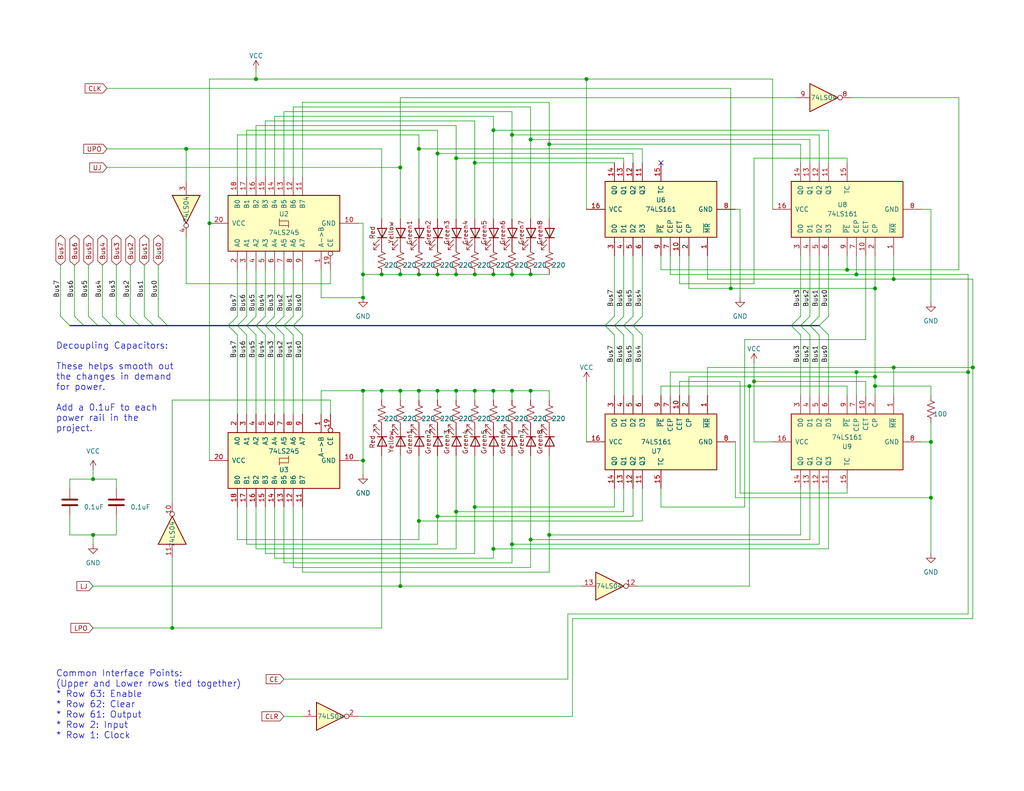
<source format=kicad_sch>
(kicad_sch (version 20211123) (generator eeschema)
  (paper "USLetter")
  (title_block (title "Program Counter Module") (date "2022-01-28") (rev "1.0"))
  (junction (at 254 120.65))
  (junction (at 134.62 74.93))
  (junction (at 104.14 106.68))
  (junction (at 139.7 36.83))
  (junction (at 25.4 146.05))
  (junction (at 129.54 44.45))
  (junction (at 149.86 39.37))
  (junction (at 109.22 74.93))
  (junction (at 233.68 101.6))
  (junction (at 104.14 74.93))
  (junction (at 119.38 41.91))
  (junction (at 99.06 106.68))
  (junction (at 243.84 76.2))
  (junction (at 139.7 74.93))
  (junction (at 99.06 74.93))
  (junction (at 129.54 106.68))
  (junction (at 265.43 100.33))
  (junction (at 238.76 78.74))
  (junction (at 69.85 21.59))
  (junction (at 231.14 73.66))
  (junction (at 264.16 101.6))
  (junction (at 99.06 125.73))
  (junction (at 243.84 100.33))
  (junction (at 205.74 104.14))
  (junction (at 238.76 102.87))
  (junction (at 139.7 106.68))
  (junction (at 254 135.89))
  (junction (at 129.54 74.93))
  (junction (at 199.39 78.74))
  (junction (at 109.22 106.68))
  (junction (at 144.78 147.32))
  (junction (at 25.4 130.81))
  (junction (at 119.38 106.68))
  (junction (at 114.3 74.93))
  (junction (at 160.02 21.59))
  (junction (at 114.3 142.24))
  (junction (at 119.38 74.93))
  (junction (at 144.78 74.93))
  (junction (at 134.62 149.86))
  (junction (at 119.38 140.97))
  (junction (at 109.22 45.72))
  (junction (at 57.15 60.96))
  (junction (at 114.3 40.64))
  (junction (at 139.7 148.59))
  (junction (at 144.78 106.68))
  (junction (at 124.46 106.68))
  (junction (at 149.86 146.05))
  (junction (at 144.78 38.1))
  (junction (at 124.46 139.7))
  (junction (at 129.54 138.43))
  (junction (at 114.3 106.68))
  (junction (at 233.68 74.93))
  (junction (at 238.76 105.41))
  (junction (at 50.8 40.64))
  (junction (at 46.99 171.45))
  (junction (at 99.06 81.28))
  (junction (at 109.22 160.02))
  (junction (at 204.47 105.41))
  (junction (at 124.46 43.18))
  (junction (at 134.62 35.56))
  (junction (at 124.46 74.93))
  (junction (at 134.62 106.68))
  (no_connect (at 180.34 44.45))
  (bus_entry (at 64.77 86.36) (size -2.54 2.54))
  (bus_entry (at 220.98 86.36) (size -2.54 2.54))
  (bus_entry (at 218.44 88.9) (size 2.54 2.54))
  (bus_entry (at 39.37 86.36) (size 2.54 2.54))
  (bus_entry (at 43.18 86.36) (size 2.54 2.54))
  (bus_entry (at 20.32 86.36) (size 2.54 2.54))
  (bus_entry (at 24.13 86.36) (size 2.54 2.54))
  (bus_entry (at 27.94 86.36) (size 2.54 2.54))
  (bus_entry (at 35.56 86.36) (size 2.54 2.54))
  (bus_entry (at 31.75 86.36) (size 2.54 2.54))
  (bus_entry (at 223.52 88.9) (size 2.54 2.54))
  (bus_entry (at 167.64 88.9) (size 2.54 2.54))
  (bus_entry (at 170.18 88.9) (size 2.54 2.54))
  (bus_entry (at 226.06 86.36) (size -2.54 2.54))
  (bus_entry (at 69.85 88.9) (size 2.54 2.54))
  (bus_entry (at 80.01 88.9) (size 2.54 2.54))
  (bus_entry (at 220.98 88.9) (size 2.54 2.54))
  (bus_entry (at 223.52 86.36) (size -2.54 2.54))
  (bus_entry (at 64.77 88.9) (size 2.54 2.54))
  (bus_entry (at 77.47 88.9) (size 2.54 2.54))
  (bus_entry (at 72.39 88.9) (size 2.54 2.54))
  (bus_entry (at 170.18 86.36) (size -2.54 2.54))
  (bus_entry (at 172.72 86.36) (size -2.54 2.54))
  (bus_entry (at 175.26 86.36) (size -2.54 2.54))
  (bus_entry (at 167.64 86.36) (size -2.54 2.54))
  (bus_entry (at 165.1 88.9) (size 2.54 2.54))
  (bus_entry (at 218.44 86.36) (size -2.54 2.54))
  (bus_entry (at 16.51 86.36) (size 2.54 2.54))
  (bus_entry (at 62.23 88.9) (size 2.54 2.54))
  (bus_entry (at 67.31 88.9) (size 2.54 2.54))
  (bus_entry (at 215.9 88.9) (size 2.54 2.54))
  (bus_entry (at 172.72 88.9) (size 2.54 2.54))
  (bus_entry (at 74.93 88.9) (size 2.54 2.54))
  (bus_entry (at 72.39 86.36) (size -2.54 2.54))
  (bus_entry (at 69.85 86.36) (size -2.54 2.54))
  (bus_entry (at 67.31 86.36) (size -2.54 2.54))
  (bus_entry (at 82.55 86.36) (size -2.54 2.54))
  (bus_entry (at 74.93 86.36) (size -2.54 2.54))
  (bus_entry (at 80.01 86.36) (size -2.54 2.54))
  (bus_entry (at 77.47 86.36) (size -2.54 2.54))
  (wire (pts (xy 182.88 69.85) (xy 182.88 74.93)))
  (wire (pts (xy 226.06 35.56) (xy 134.62 35.56)))
  (wire (pts (xy 46.99 109.22) (xy 46.99 137.16)))
  (bus (pts (xy 218.44 88.9) (xy 220.98 88.9)))
  (wire (pts (xy 119.38 140.97) (xy 172.72 140.97)))
  (wire (pts (xy 31.75 72.39) (xy 31.75 86.36)))
  (wire (pts (xy 236.22 92.71) (xy 203.2 92.71)))
  (bus (pts (xy 62.23 88.9) (xy 64.77 88.9)))
  (wire (pts (xy 226.06 69.85) (xy 226.06 86.36)))
  (wire (pts (xy 218.44 146.05) (xy 149.86 146.05)))
  (wire (pts (xy 185.42 77.47) (xy 185.42 69.85)))
  (wire (pts (xy 205.74 104.14) (xy 205.74 120.65)))
  (wire (pts (xy 114.3 36.83) (xy 114.3 40.64)))
  (wire (pts (xy 99.06 81.28) (xy 99.06 74.93)))
  (bus (pts (xy 172.72 88.9) (xy 215.9 88.9)))
  (wire (pts (xy 104.14 171.45) (xy 104.14 124.46)))
  (wire (pts (xy 199.39 24.13) (xy 199.39 78.74)))
  (wire (pts (xy 238.76 105.41) (xy 254 105.41)))
  (wire (pts (xy 175.26 133.35) (xy 175.26 142.24)))
  (wire (pts (xy 139.7 36.83) (xy 139.7 30.48)))
  (wire (pts (xy 193.04 69.85) (xy 193.04 76.2)))
  (bus (pts (xy 215.9 88.9) (xy 218.44 88.9)))
  (wire (pts (xy 264.16 74.93) (xy 264.16 101.6)))
  (wire (pts (xy 72.39 73.66) (xy 72.39 86.36)))
  (wire (pts (xy 119.38 106.68) (xy 119.38 109.22)))
  (wire (pts (xy 69.85 21.59) (xy 160.02 21.59)))
  (wire (pts (xy 172.72 133.35) (xy 172.72 140.97)))
  (wire (pts (xy 170.18 133.35) (xy 170.18 139.7)))
  (wire (pts (xy 160.02 21.59) (xy 160.02 57.15)))
  (wire (pts (xy 210.82 21.59) (xy 210.82 57.15)))
  (wire (pts (xy 226.06 133.35) (xy 226.06 149.86)))
  (wire (pts (xy 144.78 59.69) (xy 144.78 38.1)))
  (wire (pts (xy 87.63 73.66) (xy 87.63 81.28)))
  (wire (pts (xy 67.31 148.59) (xy 119.38 148.59)))
  (wire (pts (xy 119.38 124.46) (xy 119.38 140.97)))
  (wire (pts (xy 31.75 140.97) (xy 31.75 146.05)))
  (wire (pts (xy 231.14 105.41) (xy 204.47 105.41)))
  (wire (pts (xy 77.47 138.43) (xy 77.47 153.67)))
  (wire (pts (xy 139.7 74.93) (xy 144.78 74.93)))
  (wire (pts (xy 134.62 106.68) (xy 129.54 106.68)))
  (wire (pts (xy 16.51 72.39) (xy 16.51 86.36)))
  (wire (pts (xy 80.01 154.94) (xy 144.78 154.94)))
  (wire (pts (xy 74.93 31.75) (xy 74.93 48.26)))
  (wire (pts (xy 50.8 77.47) (xy 90.17 77.47)))
  (wire (pts (xy 82.55 91.44) (xy 82.55 113.03)))
  (wire (pts (xy 19.05 133.35) (xy 19.05 130.81)))
  (wire (pts (xy 67.31 148.59) (xy 67.31 138.43)))
  (wire (pts (xy 265.43 76.2) (xy 265.43 100.33)))
  (wire (pts (xy 69.85 34.29) (xy 124.46 34.29)))
  (wire (pts (xy 220.98 44.45) (xy 220.98 38.1)))
  (wire (pts (xy 69.85 149.86) (xy 124.46 149.86)))
  (bus (pts (xy 74.93 88.9) (xy 77.47 88.9)))
  (wire (pts (xy 149.86 146.05) (xy 149.86 156.21)))
  (wire (pts (xy 19.05 140.97) (xy 19.05 146.05)))
  (wire (pts (xy 20.32 72.39) (xy 20.32 86.36)))
  (wire (pts (xy 90.17 109.22) (xy 90.17 113.03)))
  (wire (pts (xy 220.98 147.32) (xy 144.78 147.32)))
  (wire (pts (xy 201.93 57.15) (xy 201.93 81.28)))
  (wire (pts (xy 82.55 138.43) (xy 82.55 156.21)))
  (wire (pts (xy 149.86 124.46) (xy 149.86 146.05)))
  (wire (pts (xy 193.04 100.33) (xy 193.04 107.95)))
  (wire (pts (xy 119.38 41.91) (xy 172.72 41.91)))
  (wire (pts (xy 134.62 149.86) (xy 134.62 152.4)))
  (wire (pts (xy 154.94 185.42) (xy 154.94 167.64)))
  (wire (pts (xy 226.06 149.86) (xy 134.62 149.86)))
  (wire (pts (xy 205.74 43.18) (xy 205.74 77.47)))
  (wire (pts (xy 109.22 106.68) (xy 104.14 106.68)))
  (wire (pts (xy 99.06 106.68) (xy 99.06 125.73)))
  (wire (pts (xy 154.94 167.64) (xy 264.16 167.64)))
  (wire (pts (xy 243.84 100.33) (xy 193.04 100.33)))
  (wire (pts (xy 172.72 91.44) (xy 172.72 107.95)))
  (wire (pts (xy 134.62 124.46) (xy 134.62 149.86)))
  (wire (pts (xy 199.39 78.74) (xy 187.96 78.74)))
  (wire (pts (xy 97.79 60.96) (xy 99.06 60.96)))
  (wire (pts (xy 129.54 44.45) (xy 167.64 44.45)))
  (bus (pts (xy 38.1 88.9) (xy 41.91 88.9)))
  (wire (pts (xy 129.54 124.46) (xy 129.54 138.43)))
  (wire (pts (xy 254 115.57) (xy 254 120.65)))
  (wire (pts (xy 238.76 78.74) (xy 238.76 102.87)))
  (wire (pts (xy 25.4 160.02) (xy 109.22 160.02)))
  (wire (pts (xy 97.79 195.58) (xy 156.21 195.58)))
  (wire (pts (xy 205.74 104.14) (xy 236.22 104.14)))
  (wire (pts (xy 39.37 72.39) (xy 39.37 86.36)))
  (wire (pts (xy 31.75 130.81) (xy 31.75 133.35)))
  (wire (pts (xy 64.77 147.32) (xy 114.3 147.32)))
  (wire (pts (xy 226.06 91.44) (xy 226.06 107.95)))
  (wire (pts (xy 43.18 72.39) (xy 43.18 86.36)))
  (wire (pts (xy 205.74 120.65) (xy 210.82 120.65)))
  (wire (pts (xy 149.86 39.37) (xy 149.86 27.94)))
  (wire (pts (xy 182.88 74.93) (xy 233.68 74.93)))
  (bus (pts (xy 30.48 88.9) (xy 34.29 88.9)))
  (wire (pts (xy 185.42 104.14) (xy 185.42 107.95)))
  (wire (pts (xy 233.68 74.93) (xy 264.16 74.93)))
  (wire (pts (xy 77.47 153.67) (xy 139.7 153.67)))
  (wire (pts (xy 74.93 91.44) (xy 74.93 113.03)))
  (wire (pts (xy 265.43 168.91) (xy 265.43 100.33)))
  (wire (pts (xy 119.38 74.93) (xy 124.46 74.93)))
  (wire (pts (xy 104.14 106.68) (xy 99.06 106.68)))
  (wire (pts (xy 109.22 160.02) (xy 158.75 160.02)))
  (wire (pts (xy 265.43 100.33) (xy 243.84 100.33)))
  (wire (pts (xy 90.17 77.47) (xy 90.17 73.66)))
  (wire (pts (xy 124.46 106.68) (xy 124.46 109.22)))
  (wire (pts (xy 109.22 124.46) (xy 109.22 160.02)))
  (wire (pts (xy 199.39 78.74) (xy 238.76 78.74)))
  (wire (pts (xy 124.46 139.7) (xy 124.46 149.86)))
  (wire (pts (xy 77.47 185.42) (xy 154.94 185.42)))
  (wire (pts (xy 149.86 39.37) (xy 218.44 39.37)))
  (wire (pts (xy 193.04 76.2) (xy 243.84 76.2)))
  (wire (pts (xy 160.02 104.14) (xy 160.02 120.65)))
  (wire (pts (xy 114.3 106.68) (xy 109.22 106.68)))
  (wire (pts (xy 35.56 72.39) (xy 35.56 86.36)))
  (wire (pts (xy 231.14 107.95) (xy 231.14 105.41)))
  (wire (pts (xy 200.66 120.65) (xy 200.66 135.89)))
  (bus (pts (xy 165.1 88.9) (xy 167.64 88.9)))
  (wire (pts (xy 69.85 19.05) (xy 69.85 21.59)))
  (wire (pts (xy 129.54 74.93) (xy 134.62 74.93)))
  (wire (pts (xy 57.15 21.59) (xy 69.85 21.59)))
  (wire (pts (xy 80.01 29.21) (xy 80.01 48.26)))
  (wire (pts (xy 201.93 134.62) (xy 201.93 104.14)))
  (wire (pts (xy 187.96 78.74) (xy 187.96 69.85)))
  (wire (pts (xy 99.06 74.93) (xy 104.14 74.93)))
  (wire (pts (xy 124.46 139.7) (xy 170.18 139.7)))
  (wire (pts (xy 218.44 44.45) (xy 218.44 39.37)))
  (wire (pts (xy 134.62 31.75) (xy 74.93 31.75)))
  (wire (pts (xy 72.39 33.02) (xy 129.54 33.02)))
  (wire (pts (xy 139.7 36.83) (xy 223.52 36.83)))
  (wire (pts (xy 46.99 171.45) (xy 104.14 171.45)))
  (wire (pts (xy 77.47 91.44) (xy 77.47 113.03)))
  (wire (pts (xy 144.78 147.32) (xy 144.78 154.94)))
  (wire (pts (xy 243.84 100.33) (xy 243.84 107.95)))
  (wire (pts (xy 175.26 69.85) (xy 175.26 86.36)))
  (wire (pts (xy 87.63 113.03) (xy 87.63 106.68)))
  (wire (pts (xy 139.7 106.68) (xy 139.7 109.22)))
  (wire (pts (xy 114.3 74.93) (xy 119.38 74.93)))
  (wire (pts (xy 109.22 106.68) (xy 109.22 109.22)))
  (wire (pts (xy 109.22 26.67) (xy 109.22 45.72)))
  (wire (pts (xy 67.31 73.66) (xy 67.31 86.36)))
  (wire (pts (xy 80.01 73.66) (xy 80.01 86.36)))
  (wire (pts (xy 149.86 59.69) (xy 149.86 39.37)))
  (wire (pts (xy 223.52 91.44) (xy 223.52 107.95)))
  (wire (pts (xy 80.01 91.44) (xy 80.01 113.03)))
  (wire (pts (xy 243.84 76.2) (xy 265.43 76.2)))
  (wire (pts (xy 233.68 101.6) (xy 233.68 107.95)))
  (wire (pts (xy 144.78 106.68) (xy 144.78 109.22)))
  (wire (pts (xy 236.22 69.85) (xy 236.22 92.71)))
  (wire (pts (xy 218.44 69.85) (xy 218.44 86.36)))
  (wire (pts (xy 57.15 60.96) (xy 57.15 125.73)))
  (wire (pts (xy 144.78 29.21) (xy 80.01 29.21)))
  (bus (pts (xy 220.98 88.9) (xy 223.52 88.9)))
  (wire (pts (xy 223.52 69.85) (xy 223.52 86.36)))
  (wire (pts (xy 29.21 40.64) (xy 50.8 40.64)))
  (wire (pts (xy 180.34 107.95) (xy 180.34 105.41)))
  (wire (pts (xy 104.14 74.93) (xy 109.22 74.93)))
  (wire (pts (xy 77.47 30.48) (xy 77.47 48.26)))
  (bus (pts (xy 77.47 88.9) (xy 80.01 88.9)))
  (wire (pts (xy 46.99 109.22) (xy 90.17 109.22)))
  (wire (pts (xy 29.21 24.13) (xy 199.39 24.13)))
  (wire (pts (xy 220.98 69.85) (xy 220.98 86.36)))
  (wire (pts (xy 109.22 45.72) (xy 109.22 59.69)))
  (wire (pts (xy 231.14 43.18) (xy 205.74 43.18)))
  (wire (pts (xy 25.4 146.05) (xy 31.75 146.05)))
  (bus (pts (xy 69.85 88.9) (xy 72.39 88.9)))
  (wire (pts (xy 231.14 133.35) (xy 231.14 134.62)))
  (wire (pts (xy 99.06 60.96) (xy 99.06 74.93)))
  (wire (pts (xy 205.74 99.06) (xy 205.74 104.14)))
  (bus (pts (xy 170.18 88.9) (xy 172.72 88.9)))
  (wire (pts (xy 149.86 106.68) (xy 144.78 106.68)))
  (bus (pts (xy 22.86 88.9) (xy 26.67 88.9)))
  (wire (pts (xy 254 120.65) (xy 254 135.89)))
  (wire (pts (xy 264.16 101.6) (xy 233.68 101.6)))
  (wire (pts (xy 180.34 133.35) (xy 180.34 138.43)))
  (wire (pts (xy 232.41 26.67) (xy 261.62 26.67)))
  (wire (pts (xy 119.38 106.68) (xy 114.3 106.68)))
  (wire (pts (xy 144.78 74.93) (xy 149.86 74.93)))
  (wire (pts (xy 180.34 138.43) (xy 203.2 138.43)))
  (wire (pts (xy 99.06 125.73) (xy 99.06 129.54)))
  (wire (pts (xy 182.88 101.6) (xy 182.88 107.95)))
  (wire (pts (xy 77.47 195.58) (xy 82.55 195.58)))
  (wire (pts (xy 170.18 43.18) (xy 170.18 44.45)))
  (wire (pts (xy 82.55 156.21) (xy 149.86 156.21)))
  (wire (pts (xy 201.93 104.14) (xy 185.42 104.14)))
  (wire (pts (xy 67.31 91.44) (xy 67.31 113.03)))
  (wire (pts (xy 25.4 128.27) (xy 25.4 130.81)))
  (wire (pts (xy 144.78 106.68) (xy 139.7 106.68)))
  (wire (pts (xy 57.15 21.59) (xy 57.15 60.96)))
  (wire (pts (xy 129.54 106.68) (xy 129.54 109.22)))
  (wire (pts (xy 50.8 64.77) (xy 50.8 77.47)))
  (wire (pts (xy 124.46 106.68) (xy 119.38 106.68)))
  (wire (pts (xy 223.52 44.45) (xy 223.52 36.83)))
  (wire (pts (xy 144.78 124.46) (xy 144.78 147.32)))
  (wire (pts (xy 50.8 40.64) (xy 104.14 40.64)))
  (wire (pts (xy 129.54 106.68) (xy 124.46 106.68)))
  (wire (pts (xy 236.22 107.95) (xy 236.22 104.14)))
  (wire (pts (xy 226.06 44.45) (xy 226.06 35.56)))
  (wire (pts (xy 27.94 72.39) (xy 27.94 86.36)))
  (wire (pts (xy 223.52 133.35) (xy 223.52 148.59)))
  (wire (pts (xy 114.3 106.68) (xy 114.3 109.22)))
  (wire (pts (xy 167.64 133.35) (xy 167.64 138.43)))
  (wire (pts (xy 25.4 146.05) (xy 25.4 148.59)))
  (wire (pts (xy 69.85 48.26) (xy 69.85 34.29)))
  (wire (pts (xy 119.38 41.91) (xy 119.38 59.69)))
  (wire (pts (xy 218.44 91.44) (xy 218.44 107.95)))
  (wire (pts (xy 74.93 73.66) (xy 74.93 86.36)))
  (wire (pts (xy 167.64 69.85) (xy 167.64 86.36)))
  (wire (pts (xy 187.96 102.87) (xy 238.76 102.87)))
  (wire (pts (xy 264.16 101.6) (xy 264.16 167.64)))
  (wire (pts (xy 80.01 138.43) (xy 80.01 154.94)))
  (wire (pts (xy 77.47 73.66) (xy 77.47 86.36)))
  (wire (pts (xy 124.46 34.29) (xy 124.46 43.18)))
  (wire (pts (xy 139.7 30.48) (xy 77.47 30.48)))
  (wire (pts (xy 238.76 78.74) (xy 238.76 69.85)))
  (wire (pts (xy 167.64 91.44) (xy 167.64 107.95)))
  (wire (pts (xy 119.38 35.56) (xy 119.38 41.91)))
  (wire (pts (xy 156.21 168.91) (xy 265.43 168.91)))
  (wire (pts (xy 144.78 38.1) (xy 220.98 38.1)))
  (wire (pts (xy 119.38 140.97) (xy 119.38 148.59)))
  (wire (pts (xy 173.99 160.02) (xy 204.47 160.02)))
  (wire (pts (xy 64.77 91.44) (xy 64.77 113.03)))
  (wire (pts (xy 104.14 40.64) (xy 104.14 59.69)))
  (wire (pts (xy 243.84 69.85) (xy 243.84 76.2)))
  (wire (pts (xy 175.26 40.64) (xy 175.26 44.45)))
  (wire (pts (xy 24.13 72.39) (xy 24.13 86.36)))
  (wire (pts (xy 50.8 40.64) (xy 50.8 49.53)))
  (wire (pts (xy 251.46 57.15) (xy 254 57.15)))
  (wire (pts (xy 231.14 69.85) (xy 231.14 73.66)))
  (bus (pts (xy 26.67 88.9) (xy 30.48 88.9)))
  (wire (pts (xy 167.64 138.43) (xy 129.54 138.43)))
  (wire (pts (xy 238.76 105.41) (xy 238.76 107.95)))
  (wire (pts (xy 114.3 40.64) (xy 175.26 40.64)))
  (wire (pts (xy 233.68 101.6) (xy 182.88 101.6)))
  (wire (pts (xy 72.39 151.13) (xy 129.54 151.13)))
  (wire (pts (xy 170.18 91.44) (xy 170.18 107.95)))
  (wire (pts (xy 69.85 91.44) (xy 69.85 113.03)))
  (wire (pts (xy 160.02 21.59) (xy 210.82 21.59)))
  (wire (pts (xy 217.17 26.67) (xy 109.22 26.67)))
  (wire (pts (xy 67.31 35.56) (xy 119.38 35.56)))
  (bus (pts (xy 167.64 88.9) (xy 170.18 88.9)))
  (wire (pts (xy 220.98 91.44) (xy 220.98 107.95)))
  (wire (pts (xy 72.39 48.26) (xy 72.39 33.02)))
  (wire (pts (xy 25.4 130.81) (xy 31.75 130.81)))
  (wire (pts (xy 82.55 73.66) (xy 82.55 86.36)))
  (wire (pts (xy 187.96 107.95) (xy 187.96 102.87)))
  (wire (pts (xy 19.05 130.81) (xy 25.4 130.81)))
  (bus (pts (xy 67.31 88.9) (xy 69.85 88.9)))
  (wire (pts (xy 220.98 133.35) (xy 220.98 147.32)))
  (wire (pts (xy 156.21 195.58) (xy 156.21 168.91)))
  (wire (pts (xy 74.93 152.4) (xy 134.62 152.4)))
  (wire (pts (xy 134.62 106.68) (xy 134.62 109.22)))
  (wire (pts (xy 139.7 106.68) (xy 134.62 106.68)))
  (wire (pts (xy 114.3 40.64) (xy 114.3 59.69)))
  (wire (pts (xy 254 135.89) (xy 254 151.13)))
  (wire (pts (xy 254 57.15) (xy 254 82.55)))
  (wire (pts (xy 129.54 33.02) (xy 129.54 44.45)))
  (wire (pts (xy 200.66 57.15) (xy 201.93 57.15)))
  (wire (pts (xy 172.72 69.85) (xy 172.72 86.36)))
  (bus (pts (xy 41.91 88.9) (xy 45.72 88.9)))
  (wire (pts (xy 175.26 91.44) (xy 175.26 107.95)))
  (bus (pts (xy 64.77 88.9) (xy 67.31 88.9)))
  (wire (pts (xy 223.52 148.59) (xy 139.7 148.59)))
  (bus (pts (xy 72.39 88.9) (xy 74.93 88.9)))
  (wire (pts (xy 204.47 105.41) (xy 204.47 160.02)))
  (wire (pts (xy 64.77 73.66) (xy 64.77 86.36)))
  (wire (pts (xy 124.46 124.46) (xy 124.46 139.7)))
  (wire (pts (xy 238.76 102.87) (xy 238.76 105.41)))
  (bus (pts (xy 45.72 88.9) (xy 62.23 88.9)))
  (wire (pts (xy 97.79 125.73) (xy 99.06 125.73)))
  (wire (pts (xy 134.62 35.56) (xy 134.62 59.69)))
  (bus (pts (xy 19.05 88.9) (xy 22.86 88.9)))
  (wire (pts (xy 200.66 135.89) (xy 254 135.89)))
  (bus (pts (xy 80.01 88.9) (xy 165.1 88.9)))
  (wire (pts (xy 114.3 124.46) (xy 114.3 142.24)))
  (wire (pts (xy 149.86 27.94) (xy 82.55 27.94)))
  (wire (pts (xy 261.62 26.67) (xy 261.62 73.66)))
  (wire (pts (xy 205.74 77.47) (xy 185.42 77.47)))
  (wire (pts (xy 170.18 69.85) (xy 170.18 86.36)))
  (wire (pts (xy 104.14 106.68) (xy 104.14 109.22)))
  (wire (pts (xy 129.54 44.45) (xy 129.54 59.69)))
  (wire (pts (xy 25.4 171.45) (xy 46.99 171.45)))
  (wire (pts (xy 231.14 44.45) (xy 231.14 43.18)))
  (wire (pts (xy 64.77 147.32) (xy 64.77 138.43)))
  (wire (pts (xy 180.34 73.66) (xy 180.34 69.85)))
  (wire (pts (xy 144.78 38.1) (xy 144.78 29.21)))
  (wire (pts (xy 69.85 73.66) (xy 69.85 86.36)))
  (wire (pts (xy 149.86 109.22) (xy 149.86 106.68)))
  (wire (pts (xy 231.14 73.66) (xy 180.34 73.66)))
  (wire (pts (xy 139.7 148.59) (xy 139.7 153.67)))
  (wire (pts (xy 172.72 44.45) (xy 172.72 41.91)))
  (wire (pts (xy 29.21 45.72) (xy 109.22 45.72)))
  (wire (pts (xy 109.22 74.93) (xy 114.3 74.93)))
  (wire (pts (xy 129.54 138.43) (xy 129.54 151.13)))
  (wire (pts (xy 124.46 74.93) (xy 129.54 74.93)))
  (wire (pts (xy 139.7 124.46) (xy 139.7 148.59)))
  (wire (pts (xy 218.44 133.35) (xy 218.44 146.05)))
  (wire (pts (xy 87.63 81.28) (xy 99.06 81.28)))
  (wire (pts (xy 67.31 48.26) (xy 67.31 35.56)))
  (wire (pts (xy 82.55 27.94) (xy 82.55 48.26)))
  (wire (pts (xy 124.46 43.18) (xy 170.18 43.18)))
  (wire (pts (xy 134.62 31.75) (xy 134.62 35.56)))
  (wire (pts (xy 251.46 120.65) (xy 254 120.65)))
  (wire (pts (xy 87.63 106.68) (xy 99.06 106.68)))
  (wire (pts (xy 114.3 142.24) (xy 114.3 147.32)))
  (wire (pts (xy 74.93 138.43) (xy 74.93 152.4)))
  (wire (pts (xy 203.2 92.71) (xy 203.2 138.43)))
  (bus (pts (xy 34.29 88.9) (xy 38.1 88.9)))
  (wire (pts (xy 19.05 146.05) (xy 25.4 146.05)))
  (wire (pts (xy 114.3 142.24) (xy 175.26 142.24)))
  (wire (pts (xy 231.14 134.62) (xy 201.93 134.62)))
  (wire (pts (xy 64.77 36.83) (xy 114.3 36.83)))
  (wire (pts (xy 233.68 69.85) (xy 233.68 74.93)))
  (wire (pts (xy 69.85 138.43) (xy 69.85 149.86)))
  (wire (pts (xy 124.46 43.18) (xy 124.46 59.69)))
  (wire (pts (xy 72.39 91.44) (xy 72.39 113.03)))
  (wire (pts (xy 72.39 138.43) (xy 72.39 151.13)))
  (wire (pts (xy 134.62 74.93) (xy 139.7 74.93)))
  (wire (pts (xy 180.34 105.41) (xy 204.47 105.41)))
  (wire (pts (xy 139.7 59.69) (xy 139.7 36.83)))
  (wire (pts (xy 46.99 152.4) (xy 46.99 171.45)))
  (wire (pts (xy 261.62 73.66) (xy 231.14 73.66)))
  (wire (pts (xy 254 107.95) (xy 254 105.41)))
  (wire (pts (xy 64.77 48.26) (xy 64.77 36.83)))
  (text "Common Interface Points:\n(Upper and Lower rows tied together)\n* Row 63: Enable\n* Row 62: Clear\n* Row 61: Output\n* Row 2: Input\n* Row 1: Clock" (at 15.24 201.93 0) (effects (font (size 1.75 1.75)) (justify left bottom)))
  (text "Decoupling Capacitors:\n\nThese helps smooth out \nthe changes in demand \nfor power.\n\nAdd a 0.1uF to each \npower rail in the \nproject." (at 15.24 118.11 0) (effects (font (size 1.75 1.75)) (justify left bottom)))
  (label "Bus3" (at 218.44 99.06 90))
  (label "Bus3" (at 74.93 85.09 90))
  (label "Bus4" (at 72.39 85.09 90))
  (label "Bus1" (at 39.37 81.28 90))
  (label "Bus6" (at 67.31 97.79 90))
  (label "Bus4" (at 175.26 83.82 90))
  (label "Bus0" (at 43.18 81.28 90))
  (label "Bus6" (at 170.18 99.06 90))
  (label "Bus1" (at 80.01 97.79 90))
  (label "Bus0" (at 82.55 85.09 90))
  (label "Bus0" (at 226.06 99.06 90))
  (label "Bus2" (at 35.56 81.28 90))
  (label "Bus4" (at 72.39 97.79 90))
  (label "Bus6" (at 20.32 81.28 90))
  (label "Bus2" (at 77.47 85.09 90))
  (label "Bus7" (at 167.64 83.82 90))
  (label "Bus0" (at 226.06 83.82 90))
  (label "Bus5" (at 24.13 81.28 90))
  (label "Bus5" (at 172.72 83.82 90))
  (label "Bus1" (at 223.52 83.82 90))
  (label "Bus7" (at 167.64 99.06 90))
  (label "Bus7" (at 16.51 81.28 90))
  (label "Bus3" (at 31.75 81.28 90))
  (label "Bus6" (at 67.31 85.09 90))
  (label "Bus7" (at 64.77 97.79 90))
  (label "Bus6" (at 170.18 83.82 90))
  (label "Bus2" (at 77.47 97.79 90))
  (label "Bus4" (at 175.26 99.06 90))
  (label "Bus5" (at 172.72 99.06 90))
  (label "Bus1" (at 80.01 85.09 90))
  (label "Bus5" (at 69.85 97.79 90))
  (label "Bus4" (at 27.94 81.28 90))
  (label "Bus1" (at 223.52 99.06 90))
  (label "Bus7" (at 64.77 85.09 90))
  (label "Bus0" (at 82.55 97.79 90))
  (label "Bus3" (at 218.44 83.82 90))
  (label "Bus2" (at 220.98 83.82 90))
  (label "Bus2" (at 220.98 99.06 90))
  (label "Bus5" (at 69.85 85.09 90))
  (label "Bus3" (at 74.93 97.79 90))
  (global_label "CLK" (shape input) (at 29.21 24.13 180) (property "Intersheet References" "${INTERSHEET_REFS}" (effects hide)))
  (global_label "UPO" (shape input) (at 29.21 40.64 180) (property "Intersheet References" "${INTERSHEET_REFS}" (effects hide)))
  (global_label "CE" (shape input) (at 77.47 185.42 180) (property "Intersheet References" "${INTERSHEET_REFS}" (effects hide)))
  (global_label "LJ" (shape input) (at 25.4 160.02 180) (property "Intersheet References" "${INTERSHEET_REFS}" (effects hide)))
  (global_label "CLR" (shape input) (at 77.47 195.58 180) (property "Intersheet References" "${INTERSHEET_REFS}" (effects hide)))
  (global_label "Bus4" (shape bidirectional) (at 27.94 72.39 90) (property "Intersheet References" "${INTERSHEET_REFS}" (effects hide)))
  (global_label "Bus1" (shape bidirectional) (at 39.37 72.39 90) (property "Intersheet References" "${INTERSHEET_REFS}" (effects hide)))
  (global_label "UJ" (shape input) (at 29.21 45.72 180) (property "Intersheet References" "${INTERSHEET_REFS}" (effects hide)))
  (global_label "Bus3" (shape bidirectional) (at 31.75 72.39 90) (property "Intersheet References" "${INTERSHEET_REFS}" (effects hide)))
  (global_label "LPO" (shape input) (at 25.4 171.45 180) (property "Intersheet References" "${INTERSHEET_REFS}" (effects hide)))
  (global_label "Bus7" (shape bidirectional) (at 16.51 72.39 90) (property "Intersheet References" "${INTERSHEET_REFS}" (effects hide)))
  (global_label "Bus5" (shape bidirectional) (at 24.13 72.39 90) (property "Intersheet References" "${INTERSHEET_REFS}" (effects hide)))
  (global_label "Bus2" (shape bidirectional) (at 35.56 72.39 90) (property "Intersheet References" "${INTERSHEET_REFS}" (effects hide)))
  (global_label "Bus6" (shape bidirectional) (at 20.32 72.39 90) (property "Intersheet References" "${INTERSHEET_REFS}" (effects hide)))
  (global_label "Bus0" (shape bidirectional) (at 43.18 72.39 90) (property "Intersheet References" "${INTERSHEET_REFS}" (effects hide)))
  (symbol (lib_name "SB1R1Y8G_LED_14") (lib_id "SB1R1Y8G_LED:SB1R1Y8G_LED") (at 134.62 63.5 90) (unit 7)
    (property "Reference" "U4" (effects hide))
    (property "Value" "SB1R1Y8G_LED" (effects hide))
  )
  (symbol (lib_name "SB1R1Y8G_LED_2") (lib_id "SB1R1Y8G_LED:SB1R1Y8G_LED") (at 149.86 120.65 90) (mirror x) (unit 10)
    (property "Reference" "U5" (effects hide))
    (property "Value" "SB1R1Y8G_LED" (effects hide))
  )
  (symbol (lib_name "SB1R1Y8G_LED_11") (lib_id "SB1R1Y8G_LED:SB1R1Y8G_LED") (at 124.46 63.5 90) (unit 5)
    (property "Reference" "U4" (effects hide))
    (property "Value" "SB1R1Y8G_LED" (effects hide))
  )
  (symbol (lib_id "power:GND") (at 254 151.13 0) (unit 1)
    (property "Reference" "#PWR0102" (effects hide))
    (property "Value" "GND" (at 254 156.21 0))
  )
  (symbol (lib_id "Device:R_US") (at 254 111.76 0) (unit 1)
    (property "Reference" "R21" (effects hide))
    (property "Value" "100" (at 256.54 113.0299 0))
  )
  (symbol (lib_id "power:VCC") (at 69.85 19.05 0) (unit 1)
    (property "Reference" "#PWR0106" (effects hide))
    (property "Value" "VCC" (at 69.85 15.24 0))
  )
  (symbol (lib_id "SB1R1Y8G_LED:SB1R1Y8G_LED") (at 144.78 63.5 90) (unit 9)
    (property "Reference" "U4" (effects hide))
    (property "Value" "SB1R1Y8G_LED" (effects hide))
  )
  (symbol (lib_name "SB1R1Y8G_LED_15") (lib_id "SB1R1Y8G_LED:SB1R1Y8G_LED") (at 129.54 63.5 90) (unit 6)
    (property "Reference" "U4" (effects hide))
    (property "Value" "SB1R1Y8G_LED" (effects hide))
  )
  (symbol (lib_name "SB1R1Y8G_LED_18") (lib_id "SB1R1Y8G_LED:SB1R1Y8G_LED") (at 104.14 63.5 90) (unit 1)
    (property "Reference" "U4" (effects hide))
    (property "Value" "SB1R1Y8G_LED" (effects hide))
  )
  (symbol (lib_name "SB1R1Y8G_LED_6") (lib_id "SB1R1Y8G_LED:SB1R1Y8G_LED") (at 129.54 120.65 90) (mirror x) (unit 6)
    (property "Reference" "U5" (effects hide))
    (property "Value" "SB1R1Y8G_LED" (effects hide))
  )
  (symbol (lib_id "Device:R_US") (at 104.14 113.03 0) (unit 1)
    (property "Reference" "R2" (effects hide))
    (property "Value" "220" (at 106.68 114.2999 0))
  )
  (symbol (lib_name "SB1R1Y8G_LED_19") (lib_id "SB1R1Y8G_LED:SB1R1Y8G_LED") (at 149.86 63.5 90) (unit 10)
    (property "Reference" "U4" (effects hide))
    (property "Value" "SB1R1Y8G_LED" (effects hide))
  )
  (symbol (lib_name "SB1R1Y8G_LED_7") (lib_id "SB1R1Y8G_LED:SB1R1Y8G_LED") (at 119.38 120.65 90) (mirror x) (unit 4)
    (property "Reference" "U5" (effects hide))
    (property "Value" "SB1R1Y8G_LED" (effects hide))
  )
  (symbol (lib_id "power:GND") (at 201.93 81.28 0) (unit 1)
    (property "Reference" "#PWR0103" (effects hide))
    (property "Value" "GND" (at 201.93 86.36 0))
  )
  (symbol (lib_id "74xx:74LS245") (at 77.47 60.96 90) (unit 1)
    (property "Reference" "U2" (at 77.47 58.42 90))
    (property "Value" "74LS245" (at 77.47 63.5 90))
    (property "Datasheet" "http://www.ti.com/lit/gpn/sn74LS245" (effects hide))
  )
  (symbol (lib_id "74xx:74LS161") (at 231.14 57.15 90) (unit 1)
    (property "Reference" "U8" (at 229.87 55.88 90))
    (property "Value" "74LS161" (at 229.87 58.42 90))
    (property "Datasheet" "http://www.ti.com/lit/gpn/sn74LS161" (effects hide))
  )
  (symbol (lib_id "power:GND") (at 254 82.55 0) (unit 1)
    (property "Reference" "#PWR0104" (effects hide))
    (property "Value" "GND" (at 254 87.63 0))
  )
  (symbol (lib_id "power:GND") (at 99.06 81.28 0) (unit 1)
    (property "Reference" "#PWR0107" (effects hide))
    (property "Value" "GND" (at 99.06 86.36 0))
  )
  (symbol (lib_name "SB1R1Y8G_LED_17") (lib_id "SB1R1Y8G_LED:SB1R1Y8G_LED") (at 109.22 63.5 90) (unit 2)
    (property "Reference" "U4" (effects hide))
    (property "Value" "SB1R1Y8G_LED" (effects hide))
  )
  (symbol (lib_id "power:VCC") (at 25.4 128.27 0) (unit 1)
    (property "Reference" "#PWR?" (effects hide))
    (property "Value" "VCC" (at 25.4 123.19 0))
  )
  (symbol (lib_id "Device:R_US") (at 144.78 71.12 0) (unit 1)
    (property "Reference" "R17" (effects hide))
    (property "Value" "220" (at 147.32 72.3899 0))
  )
  (symbol (lib_id "Device:R_US") (at 124.46 113.03 0) (unit 1)
    (property "Reference" "R10" (effects hide))
    (property "Value" "220" (at 127 114.2999 0))
  )
  (symbol (lib_id "power:VCC") (at 205.74 99.06 0) (unit 1)
    (property "Reference" "#PWR0101" (effects hide))
    (property "Value" "VCC" (at 205.74 95.25 0))
  )
  (symbol (lib_id "Device:R_US") (at 109.22 71.12 0) (unit 1)
    (property "Reference" "R3" (effects hide))
    (property "Value" "220" (at 111.76 72.3899 0))
  )
  (symbol (lib_name "SB1R1Y8G_LED_10") (lib_id "SB1R1Y8G_LED:SB1R1Y8G_LED") (at 109.22 120.65 90) (mirror x) (unit 2)
    (property "Reference" "U5" (effects hide))
    (property "Value" "SB1R1Y8G_LED" (effects hide))
  )
  (symbol (lib_id "Device:R_US") (at 119.38 71.12 0) (unit 1)
    (property "Reference" "R7" (effects hide))
    (property "Value" "220" (at 121.92 72.3899 0))
  )
  (symbol (lib_id "74xx:74LS04") (at 90.17 195.58 0) (unit 1)
    (property "Reference" "U?" (effects hide))
    (property "Value" "74LS04" (at 90.17 195.58 0))
    (property "Datasheet" "http://www.ti.com/lit/gpn/sn74LS04" (effects hide))
  )
  (symbol (lib_name "SB1R1Y8G_LED_5") (lib_id "SB1R1Y8G_LED:SB1R1Y8G_LED") (at 139.7 120.65 90) (mirror x) (unit 8)
    (property "Reference" "U5" (effects hide))
    (property "Value" "SB1R1Y8G_LED" (effects hide))
  )
  (symbol (lib_name "SB1R1Y8G_LED_3") (lib_id "SB1R1Y8G_LED:SB1R1Y8G_LED") (at 124.46 120.65 90) (mirror x) (unit 5)
    (property "Reference" "U5" (effects hide))
    (property "Value" "SB1R1Y8G_LED" (effects hide))
  )
  (symbol (lib_id "Device:R_US") (at 149.86 71.12 0) (unit 1)
    (property "Reference" "R19" (effects hide))
    (property "Value" "220" (at 152.4 72.3899 0))
  )
  (symbol (lib_name "SB1R1Y8G_LED_9") (lib_id "SB1R1Y8G_LED:SB1R1Y8G_LED") (at 114.3 120.65 90) (mirror x) (unit 3)
    (property "Reference" "U5" (effects hide))
    (property "Value" "SB1R1Y8G_LED" (effects hide))
  )
  (symbol (lib_id "Device:R_US") (at 124.46 71.12 0) (unit 1)
    (property "Reference" "R9" (effects hide))
    (property "Value" "220" (at 127 72.3899 0))
  )
  (symbol (lib_id "power:GND") (at 99.06 129.54 0) (unit 1)
    (property "Reference" "#PWR0105" (effects hide))
    (property "Value" "GND" (at 99.06 134.62 0))
  )
  (symbol (lib_id "Device:R_US") (at 144.78 113.03 0) (unit 1)
    (property "Reference" "R18" (effects hide))
    (property "Value" "220" (at 147.32 114.2999 0))
  )
  (symbol (lib_id "74xx:74LS161") (at 231.14 120.65 90) (mirror x) (unit 1)
    (property "Reference" "U9" (at 231.14 121.92 90))
    (property "Value" "74LS161" (at 231.14 119.38 90))
    (property "Datasheet" "http://www.ti.com/lit/gpn/sn74LS161" (effects hide))
  )
  (symbol (lib_id "74xx:74LS04") (at 46.99 144.78 90) (unit 5)
    (property "Reference" "U1" (effects hide))
    (property "Value" "74LS04" (at 46.99 142.24 0) (effects (justify right)))
    (property "Datasheet" "http://www.ti.com/lit/gpn/sn74LS04" (effects hide))
  )
  (symbol (lib_name "SB1R1Y8G_LED_13") (lib_id "SB1R1Y8G_LED:SB1R1Y8G_LED") (at 139.7 63.5 90) (unit 8)
    (property "Reference" "U4" (effects hide))
    (property "Value" "SB1R1Y8G_LED" (effects hide))
  )
  (symbol (lib_id "Device:R_US") (at 114.3 71.12 0) (unit 1)
    (property "Reference" "R5" (effects hide))
    (property "Value" "220" (at 116.84 72.3899 0))
  )
  (symbol (lib_id "74xx:74LS161") (at 180.34 57.15 90) (unit 1)
    (property "Reference" "U6" (at 180.34 54.61 90))
    (property "Value" "74LS161" (at 180.34 57.15 90))
    (property "Datasheet" "http://www.ti.com/lit/gpn/sn74LS161" (effects hide))
  )
  (symbol (lib_name "SB1R1Y8G_LED_12") (lib_id "SB1R1Y8G_LED:SB1R1Y8G_LED") (at 119.38 63.5 90) (unit 4)
    (property "Reference" "U4" (effects hide))
    (property "Value" "SB1R1Y8G_LED" (effects hide))
  )
  (symbol (lib_id "Device:R_US") (at 129.54 71.12 0) (unit 1)
    (property "Reference" "R11" (effects hide))
    (property "Value" "220" (at 132.08 72.3899 0))
  )
  (symbol (lib_id "74xx:74LS04") (at 224.79 26.67 0) (unit 4)
    (property "Reference" "U1" (effects hide))
    (property "Value" "74LS04" (at 224.79 26.67 0))
    (property "Datasheet" "http://www.ti.com/lit/gpn/sn74LS04" (effects hide))
  )
  (symbol (lib_id "power:GND") (at 25.4 148.59 0) (unit 1)
    (property "Reference" "#PWR?" (effects hide))
    (property "Value" "GND" (at 25.4 153.67 0))
  )
  (symbol (lib_name "SB1R1Y8G_LED_16") (lib_id "SB1R1Y8G_LED:SB1R1Y8G_LED") (at 114.3 63.5 90) (unit 3)
    (property "Reference" "U4" (effects hide))
    (property "Value" "SB1R1Y8G_LED" (effects hide))
  )
  (symbol (lib_id "Device:R_US") (at 119.38 113.03 0) (unit 1)
    (property "Reference" "R8" (effects hide))
    (property "Value" "220" (at 121.92 114.2999 0))
  )
  (symbol (lib_id "74xx:74LS04") (at 166.37 160.02 0) (mirror x) (unit 6)
    (property "Reference" "U1" (effects hide))
    (property "Value" "74LS04" (at 162.56 160.02 0) (effects (justify left)))
    (property "Datasheet" "http://www.ti.com/lit/gpn/sn74LS04" (effects hide))
  )
  (symbol (lib_name "SB1R1Y8G_LED_4") (lib_id "SB1R1Y8G_LED:SB1R1Y8G_LED") (at 134.62 120.65 90) (mirror x) (unit 7)
    (property "Reference" "U5" (effects hide))
    (property "Value" "SB1R1Y8G_LED" (effects hide))
  )
  (symbol (lib_id "power:VCC") (at 160.02 104.14 0) (unit 1)
    (property "Reference" "#PWR0108" (effects hide))
    (property "Value" "VCC" (at 160.02 100.33 0))
  )
  (symbol (lib_id "74xx:74LS161") (at 180.34 120.65 90) (mirror x) (unit 1)
    (property "Reference" "U7" (at 179.07 123.19 90))
    (property "Value" "74LS161" (at 179.07 120.65 90))
    (property "Datasheet" "http://www.ti.com/lit/gpn/sn74LS161" (effects hide))
  )
  (symbol (lib_name "SB1R1Y8G_LED_8") (lib_id "SB1R1Y8G_LED:SB1R1Y8G_LED") (at 104.14 120.65 90) (mirror x) (unit 1)
    (property "Reference" "U5" (effects hide))
    (property "Value" "SB1R1Y8G_LED" (effects hide))
  )
  (symbol (lib_id "Device:R_US") (at 129.54 113.03 0) (unit 1)
    (property "Reference" "R12" (effects hide))
    (property "Value" "220" (at 132.08 114.2999 0))
  )
  (symbol (lib_id "Device:C") (at 19.05 137.16 0) (unit 1)
    (property "Reference" "C?" (effects hide))
    (property "Value" "0.1uF" (at 22.86 138.4299 0) (effects (justify left)))
  )
  (symbol (lib_id "Device:R_US") (at 104.14 71.12 0) (unit 1)
    (property "Reference" "R1" (effects hide))
    (property "Value" "220" (at 106.68 72.3899 0))
  )
  (symbol (lib_id "Device:R_US") (at 134.62 113.03 0) (unit 1)
    (property "Reference" "R14" (effects hide))
    (property "Value" "220" (at 137.16 114.2999 0))
  )
  (symbol (lib_id "74xx:74LS04") (at 50.8 57.15 270) (unit 2)
    (property "Reference" "U1" (effects hide))
    (property "Value" "74LS04" (at 50.8 57.15 0))
    (property "Datasheet" "http://www.ti.com/lit/gpn/sn74LS04" (effects hide))
  )
  (symbol (lib_id "Device:R_US") (at 114.3 113.03 0) (unit 1)
    (property "Reference" "R6" (effects hide))
    (property "Value" "220" (at 116.84 114.2999 0))
  )
  (symbol (lib_id "Device:R_US") (at 109.22 113.03 0) (unit 1)
    (property "Reference" "R4" (effects hide))
    (property "Value" "220" (at 111.76 114.2999 0))
  )
  (symbol (lib_id "Device:R_US") (at 134.62 71.12 0) (unit 1)
    (property "Reference" "R13" (effects hide))
    (property "Value" "220" (at 137.16 72.3899 0))
  )
  (symbol (lib_id "Device:C") (at 31.75 137.16 0) (unit 1)
    (property "Reference" "C?" (effects hide))
    (property "Value" "0.1uF" (at 35.56 138.4299 0) (effects (justify left)))
  )
  (symbol (lib_name "SB1R1Y8G_LED_1") (lib_id "SB1R1Y8G_LED:SB1R1Y8G_LED") (at 144.78 120.65 90) (mirror x) (unit 9)
    (property "Reference" "U5" (effects hide))
    (property "Value" "SB1R1Y8G_LED" (effects hide))
  )
  (symbol (lib_id "Device:R_US") (at 139.7 71.12 0) (unit 1)
    (property "Reference" "R15" (effects hide))
    (property "Value" "220" (at 142.24 72.3899 0))
  )
  (symbol (lib_id "74xx:74LS245") (at 77.47 125.73 90) (mirror x) (unit 1)
    (property "Reference" "U3" (at 77.47 128.27 90))
    (property "Value" "74LS245" (at 77.47 123.19 90))
    (property "Datasheet" "http://www.ti.com/lit/gpn/sn74LS245" (effects hide))
  )
  (symbol (lib_id "Device:R_US") (at 139.7 113.03 0) (unit 1)
    (property "Reference" "R16" (effects hide))
    (property "Value" "220" (at 142.24 114.2999 0))
  )
  (symbol (lib_id "Device:R_US") (at 149.86 113.03 0) (unit 1)
    (property "Reference" "R20" (effects hide))
    (property "Value" "220" (at 152.4 114.2999 0))
  )
)
</source>
